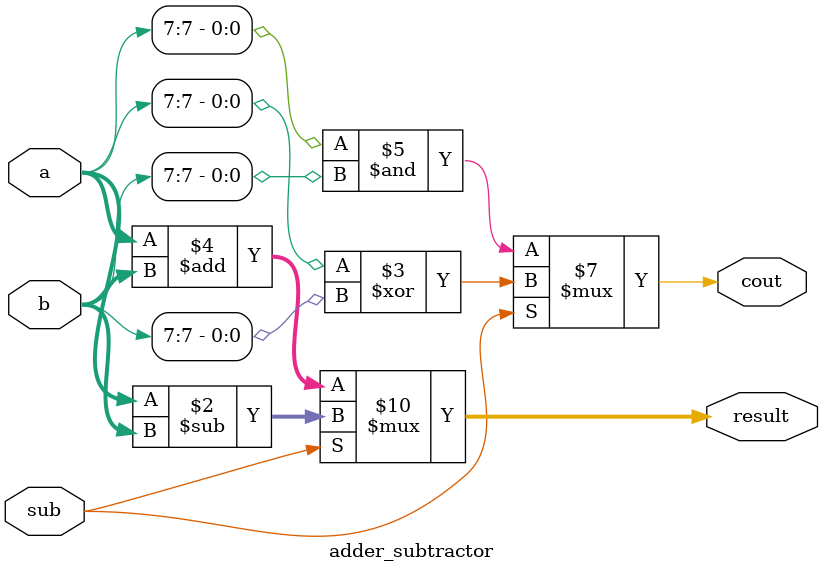
<source format=v>
module adder_subtractor(a, b, sub, result, cout);
  input [7:0] a, b;
  input sub;
  output [7:0] result;
  output cout;

  always @* begin
    if (sub) begin
      result = a - b;
      cout = a[7] ^ b[7];
    end else begin
      result = a + b;
      cout = a[7] & b[7];
    end
  end
endmodule

</source>
